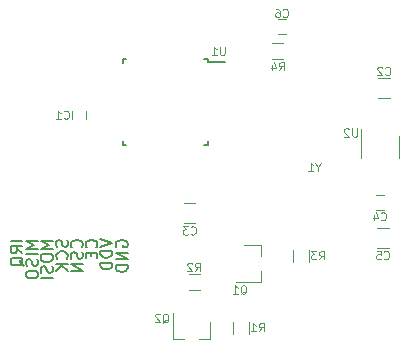
<source format=gbo>
G04 #@! TF.FileFunction,Legend,Bot*
%FSLAX46Y46*%
G04 Gerber Fmt 4.6, Leading zero omitted, Abs format (unit mm)*
G04 Created by KiCad (PCBNEW 4.0.4-stable) date Thursday, September 28, 2017 'PMt' 10:00:37 PM*
%MOMM*%
%LPD*%
G01*
G04 APERTURE LIST*
%ADD10C,0.100000*%
%ADD11C,0.150000*%
%ADD12C,0.120000*%
G04 APERTURE END LIST*
D10*
D11*
X95102381Y-117138095D02*
X94102381Y-117138095D01*
X95102381Y-118185714D02*
X94626190Y-117852380D01*
X95102381Y-117614285D02*
X94102381Y-117614285D01*
X94102381Y-117995238D01*
X94150000Y-118090476D01*
X94197619Y-118138095D01*
X94292857Y-118185714D01*
X94435714Y-118185714D01*
X94530952Y-118138095D01*
X94578571Y-118090476D01*
X94626190Y-117995238D01*
X94626190Y-117614285D01*
X95197619Y-119280952D02*
X95150000Y-119185714D01*
X95054762Y-119090476D01*
X94911905Y-118947619D01*
X94864286Y-118852380D01*
X94864286Y-118757142D01*
X95102381Y-118804761D02*
X95054762Y-118709523D01*
X94959524Y-118614285D01*
X94769048Y-118566666D01*
X94435714Y-118566666D01*
X94245238Y-118614285D01*
X94150000Y-118709523D01*
X94102381Y-118804761D01*
X94102381Y-118995238D01*
X94150000Y-119090476D01*
X94245238Y-119185714D01*
X94435714Y-119233333D01*
X94769048Y-119233333D01*
X94959524Y-119185714D01*
X95054762Y-119090476D01*
X95102381Y-118995238D01*
X95102381Y-118804761D01*
X96402381Y-117138095D02*
X95402381Y-117138095D01*
X96116667Y-117471429D01*
X95402381Y-117804762D01*
X96402381Y-117804762D01*
X96402381Y-118280952D02*
X95402381Y-118280952D01*
X96354762Y-118709523D02*
X96402381Y-118852380D01*
X96402381Y-119090476D01*
X96354762Y-119185714D01*
X96307143Y-119233333D01*
X96211905Y-119280952D01*
X96116667Y-119280952D01*
X96021429Y-119233333D01*
X95973810Y-119185714D01*
X95926190Y-119090476D01*
X95878571Y-118899999D01*
X95830952Y-118804761D01*
X95783333Y-118757142D01*
X95688095Y-118709523D01*
X95592857Y-118709523D01*
X95497619Y-118757142D01*
X95450000Y-118804761D01*
X95402381Y-118899999D01*
X95402381Y-119138095D01*
X95450000Y-119280952D01*
X95402381Y-119899999D02*
X95402381Y-120090476D01*
X95450000Y-120185714D01*
X95545238Y-120280952D01*
X95735714Y-120328571D01*
X96069048Y-120328571D01*
X96259524Y-120280952D01*
X96354762Y-120185714D01*
X96402381Y-120090476D01*
X96402381Y-119899999D01*
X96354762Y-119804761D01*
X96259524Y-119709523D01*
X96069048Y-119661904D01*
X95735714Y-119661904D01*
X95545238Y-119709523D01*
X95450000Y-119804761D01*
X95402381Y-119899999D01*
X97652381Y-117138095D02*
X96652381Y-117138095D01*
X97366667Y-117471429D01*
X96652381Y-117804762D01*
X97652381Y-117804762D01*
X96652381Y-118471428D02*
X96652381Y-118661905D01*
X96700000Y-118757143D01*
X96795238Y-118852381D01*
X96985714Y-118900000D01*
X97319048Y-118900000D01*
X97509524Y-118852381D01*
X97604762Y-118757143D01*
X97652381Y-118661905D01*
X97652381Y-118471428D01*
X97604762Y-118376190D01*
X97509524Y-118280952D01*
X97319048Y-118233333D01*
X96985714Y-118233333D01*
X96795238Y-118280952D01*
X96700000Y-118376190D01*
X96652381Y-118471428D01*
X97604762Y-119280952D02*
X97652381Y-119423809D01*
X97652381Y-119661905D01*
X97604762Y-119757143D01*
X97557143Y-119804762D01*
X97461905Y-119852381D01*
X97366667Y-119852381D01*
X97271429Y-119804762D01*
X97223810Y-119757143D01*
X97176190Y-119661905D01*
X97128571Y-119471428D01*
X97080952Y-119376190D01*
X97033333Y-119328571D01*
X96938095Y-119280952D01*
X96842857Y-119280952D01*
X96747619Y-119328571D01*
X96700000Y-119376190D01*
X96652381Y-119471428D01*
X96652381Y-119709524D01*
X96700000Y-119852381D01*
X97652381Y-120280952D02*
X96652381Y-120280952D01*
X98904762Y-117090476D02*
X98952381Y-117233333D01*
X98952381Y-117471429D01*
X98904762Y-117566667D01*
X98857143Y-117614286D01*
X98761905Y-117661905D01*
X98666667Y-117661905D01*
X98571429Y-117614286D01*
X98523810Y-117566667D01*
X98476190Y-117471429D01*
X98428571Y-117280952D01*
X98380952Y-117185714D01*
X98333333Y-117138095D01*
X98238095Y-117090476D01*
X98142857Y-117090476D01*
X98047619Y-117138095D01*
X98000000Y-117185714D01*
X97952381Y-117280952D01*
X97952381Y-117519048D01*
X98000000Y-117661905D01*
X98857143Y-118661905D02*
X98904762Y-118614286D01*
X98952381Y-118471429D01*
X98952381Y-118376191D01*
X98904762Y-118233333D01*
X98809524Y-118138095D01*
X98714286Y-118090476D01*
X98523810Y-118042857D01*
X98380952Y-118042857D01*
X98190476Y-118090476D01*
X98095238Y-118138095D01*
X98000000Y-118233333D01*
X97952381Y-118376191D01*
X97952381Y-118471429D01*
X98000000Y-118614286D01*
X98047619Y-118661905D01*
X98952381Y-119090476D02*
X97952381Y-119090476D01*
X98952381Y-119661905D02*
X98380952Y-119233333D01*
X97952381Y-119661905D02*
X98523810Y-119090476D01*
X100107143Y-117709524D02*
X100154762Y-117661905D01*
X100202381Y-117519048D01*
X100202381Y-117423810D01*
X100154762Y-117280952D01*
X100059524Y-117185714D01*
X99964286Y-117138095D01*
X99773810Y-117090476D01*
X99630952Y-117090476D01*
X99440476Y-117138095D01*
X99345238Y-117185714D01*
X99250000Y-117280952D01*
X99202381Y-117423810D01*
X99202381Y-117519048D01*
X99250000Y-117661905D01*
X99297619Y-117709524D01*
X100154762Y-118090476D02*
X100202381Y-118233333D01*
X100202381Y-118471429D01*
X100154762Y-118566667D01*
X100107143Y-118614286D01*
X100011905Y-118661905D01*
X99916667Y-118661905D01*
X99821429Y-118614286D01*
X99773810Y-118566667D01*
X99726190Y-118471429D01*
X99678571Y-118280952D01*
X99630952Y-118185714D01*
X99583333Y-118138095D01*
X99488095Y-118090476D01*
X99392857Y-118090476D01*
X99297619Y-118138095D01*
X99250000Y-118185714D01*
X99202381Y-118280952D01*
X99202381Y-118519048D01*
X99250000Y-118661905D01*
X100202381Y-119090476D02*
X99202381Y-119090476D01*
X100202381Y-119661905D01*
X99202381Y-119661905D01*
X101357143Y-117709524D02*
X101404762Y-117661905D01*
X101452381Y-117519048D01*
X101452381Y-117423810D01*
X101404762Y-117280952D01*
X101309524Y-117185714D01*
X101214286Y-117138095D01*
X101023810Y-117090476D01*
X100880952Y-117090476D01*
X100690476Y-117138095D01*
X100595238Y-117185714D01*
X100500000Y-117280952D01*
X100452381Y-117423810D01*
X100452381Y-117519048D01*
X100500000Y-117661905D01*
X100547619Y-117709524D01*
X100928571Y-118138095D02*
X100928571Y-118471429D01*
X101452381Y-118614286D02*
X101452381Y-118138095D01*
X100452381Y-118138095D01*
X100452381Y-118614286D01*
X101702381Y-116995238D02*
X102702381Y-117328571D01*
X101702381Y-117661905D01*
X102702381Y-117995238D02*
X101702381Y-117995238D01*
X101702381Y-118233333D01*
X101750000Y-118376191D01*
X101845238Y-118471429D01*
X101940476Y-118519048D01*
X102130952Y-118566667D01*
X102273810Y-118566667D01*
X102464286Y-118519048D01*
X102559524Y-118471429D01*
X102654762Y-118376191D01*
X102702381Y-118233333D01*
X102702381Y-117995238D01*
X102702381Y-118995238D02*
X101702381Y-118995238D01*
X101702381Y-119233333D01*
X101750000Y-119376191D01*
X101845238Y-119471429D01*
X101940476Y-119519048D01*
X102130952Y-119566667D01*
X102273810Y-119566667D01*
X102464286Y-119519048D01*
X102559524Y-119471429D01*
X102654762Y-119376191D01*
X102702381Y-119233333D01*
X102702381Y-118995238D01*
X103050000Y-117661905D02*
X103002381Y-117566667D01*
X103002381Y-117423810D01*
X103050000Y-117280952D01*
X103145238Y-117185714D01*
X103240476Y-117138095D01*
X103430952Y-117090476D01*
X103573810Y-117090476D01*
X103764286Y-117138095D01*
X103859524Y-117185714D01*
X103954762Y-117280952D01*
X104002381Y-117423810D01*
X104002381Y-117519048D01*
X103954762Y-117661905D01*
X103907143Y-117709524D01*
X103573810Y-117709524D01*
X103573810Y-117519048D01*
X104002381Y-118138095D02*
X103002381Y-118138095D01*
X104002381Y-118709524D01*
X103002381Y-118709524D01*
X104002381Y-119185714D02*
X103002381Y-119185714D01*
X103002381Y-119423809D01*
X103050000Y-119566667D01*
X103145238Y-119661905D01*
X103240476Y-119709524D01*
X103430952Y-119757143D01*
X103573810Y-119757143D01*
X103764286Y-119709524D01*
X103859524Y-119661905D01*
X103954762Y-119566667D01*
X104002381Y-119423809D01*
X104002381Y-119185714D01*
D12*
X115307501Y-117472403D02*
X115307501Y-118402403D01*
X115307501Y-120632403D02*
X115307501Y-119702403D01*
X115307501Y-120632403D02*
X113147501Y-120632403D01*
X115307501Y-117472403D02*
X113847501Y-117472403D01*
X110975502Y-125459405D02*
X110045502Y-125459405D01*
X107815502Y-125459405D02*
X108745502Y-125459405D01*
X107815502Y-125459405D02*
X107815502Y-123299405D01*
X110975502Y-125459405D02*
X110975502Y-123999405D01*
X114280000Y-125000000D02*
X114280000Y-124000000D01*
X112920000Y-124000000D02*
X112920000Y-125000000D01*
X110166501Y-119930403D02*
X109166501Y-119930403D01*
X109166501Y-121290403D02*
X110166501Y-121290403D01*
X119346502Y-118910405D02*
X119346502Y-117910405D01*
X117986502Y-117910405D02*
X117986502Y-118910405D01*
X117200000Y-100420000D02*
X116200000Y-100420000D01*
X116200000Y-101780000D02*
X117200000Y-101780000D01*
X100500000Y-106850000D02*
X100500000Y-106150000D01*
X99300000Y-106150000D02*
X99300000Y-106850000D01*
D11*
X110825000Y-101775000D02*
X110825000Y-102000000D01*
X103575000Y-101775000D02*
X103575000Y-102100000D01*
X103575000Y-109025000D02*
X103575000Y-108700000D01*
X110825000Y-109025000D02*
X110825000Y-108700000D01*
X110825000Y-101775000D02*
X110500000Y-101775000D01*
X110825000Y-109025000D02*
X110500000Y-109025000D01*
X103575000Y-109025000D02*
X103900000Y-109025000D01*
X103575000Y-101775000D02*
X103900000Y-101775000D01*
X110825000Y-102000000D02*
X112250000Y-102000000D01*
D12*
X127010000Y-108300000D02*
X127010000Y-110100000D01*
X123790000Y-110100000D02*
X123790000Y-107650000D01*
X126200000Y-105050000D02*
X125200000Y-105050000D01*
X125200000Y-103350000D02*
X126200000Y-103350000D01*
X109749999Y-115650000D02*
X108749999Y-115650000D01*
X108749999Y-113950000D02*
X109749999Y-113950000D01*
X125000000Y-114500000D02*
X125700000Y-114500000D01*
X125700000Y-113300000D02*
X125000000Y-113300000D01*
X126149999Y-117750000D02*
X125149999Y-117750000D01*
X125149999Y-116050000D02*
X126149999Y-116050000D01*
X117400000Y-98400000D02*
X116700000Y-98400000D01*
X116700000Y-99600000D02*
X117400000Y-99600000D01*
D10*
X113566667Y-121683333D02*
X113633333Y-121650000D01*
X113700000Y-121583333D01*
X113800000Y-121483333D01*
X113866667Y-121450000D01*
X113933333Y-121450000D01*
X113900000Y-121616667D02*
X113966667Y-121583333D01*
X114033333Y-121516667D01*
X114066667Y-121383333D01*
X114066667Y-121150000D01*
X114033333Y-121016667D01*
X113966667Y-120950000D01*
X113900000Y-120916667D01*
X113766667Y-120916667D01*
X113700000Y-120950000D01*
X113633333Y-121016667D01*
X113600000Y-121150000D01*
X113600000Y-121383333D01*
X113633333Y-121516667D01*
X113700000Y-121583333D01*
X113766667Y-121616667D01*
X113900000Y-121616667D01*
X112933334Y-121616667D02*
X113333334Y-121616667D01*
X113133334Y-121616667D02*
X113133334Y-120916667D01*
X113200000Y-121016667D01*
X113266667Y-121083333D01*
X113333334Y-121116667D01*
X106966667Y-124083333D02*
X107033333Y-124050000D01*
X107100000Y-123983333D01*
X107200000Y-123883333D01*
X107266667Y-123850000D01*
X107333333Y-123850000D01*
X107300000Y-124016667D02*
X107366667Y-123983333D01*
X107433333Y-123916667D01*
X107466667Y-123783333D01*
X107466667Y-123550000D01*
X107433333Y-123416667D01*
X107366667Y-123350000D01*
X107300000Y-123316667D01*
X107166667Y-123316667D01*
X107100000Y-123350000D01*
X107033333Y-123416667D01*
X107000000Y-123550000D01*
X107000000Y-123783333D01*
X107033333Y-123916667D01*
X107100000Y-123983333D01*
X107166667Y-124016667D01*
X107300000Y-124016667D01*
X106733334Y-123383333D02*
X106700000Y-123350000D01*
X106633334Y-123316667D01*
X106466667Y-123316667D01*
X106400000Y-123350000D01*
X106366667Y-123383333D01*
X106333334Y-123450000D01*
X106333334Y-123516667D01*
X106366667Y-123616667D01*
X106766667Y-124016667D01*
X106333334Y-124016667D01*
X115116666Y-124816667D02*
X115350000Y-124483333D01*
X115516666Y-124816667D02*
X115516666Y-124116667D01*
X115250000Y-124116667D01*
X115183333Y-124150000D01*
X115150000Y-124183333D01*
X115116666Y-124250000D01*
X115116666Y-124350000D01*
X115150000Y-124416667D01*
X115183333Y-124450000D01*
X115250000Y-124483333D01*
X115516666Y-124483333D01*
X114450000Y-124816667D02*
X114850000Y-124816667D01*
X114650000Y-124816667D02*
X114650000Y-124116667D01*
X114716666Y-124216667D01*
X114783333Y-124283333D01*
X114850000Y-124316667D01*
X109716666Y-119716667D02*
X109950000Y-119383333D01*
X110116666Y-119716667D02*
X110116666Y-119016667D01*
X109850000Y-119016667D01*
X109783333Y-119050000D01*
X109750000Y-119083333D01*
X109716666Y-119150000D01*
X109716666Y-119250000D01*
X109750000Y-119316667D01*
X109783333Y-119350000D01*
X109850000Y-119383333D01*
X110116666Y-119383333D01*
X109450000Y-119083333D02*
X109416666Y-119050000D01*
X109350000Y-119016667D01*
X109183333Y-119016667D01*
X109116666Y-119050000D01*
X109083333Y-119083333D01*
X109050000Y-119150000D01*
X109050000Y-119216667D01*
X109083333Y-119316667D01*
X109483333Y-119716667D01*
X109050000Y-119716667D01*
X120216666Y-118727072D02*
X120450000Y-118393738D01*
X120616666Y-118727072D02*
X120616666Y-118027072D01*
X120350000Y-118027072D01*
X120283333Y-118060405D01*
X120250000Y-118093738D01*
X120216666Y-118160405D01*
X120216666Y-118260405D01*
X120250000Y-118327072D01*
X120283333Y-118360405D01*
X120350000Y-118393738D01*
X120616666Y-118393738D01*
X119983333Y-118027072D02*
X119550000Y-118027072D01*
X119783333Y-118293738D01*
X119683333Y-118293738D01*
X119616666Y-118327072D01*
X119583333Y-118360405D01*
X119550000Y-118427072D01*
X119550000Y-118593738D01*
X119583333Y-118660405D01*
X119616666Y-118693738D01*
X119683333Y-118727072D01*
X119883333Y-118727072D01*
X119950000Y-118693738D01*
X119983333Y-118660405D01*
X116816666Y-102716667D02*
X117050000Y-102383333D01*
X117216666Y-102716667D02*
X117216666Y-102016667D01*
X116950000Y-102016667D01*
X116883333Y-102050000D01*
X116850000Y-102083333D01*
X116816666Y-102150000D01*
X116816666Y-102250000D01*
X116850000Y-102316667D01*
X116883333Y-102350000D01*
X116950000Y-102383333D01*
X117216666Y-102383333D01*
X116216666Y-102250000D02*
X116216666Y-102716667D01*
X116383333Y-101983333D02*
X116550000Y-102483333D01*
X116116666Y-102483333D01*
X98616666Y-106750000D02*
X98650000Y-106783333D01*
X98750000Y-106816667D01*
X98816666Y-106816667D01*
X98916666Y-106783333D01*
X98983333Y-106716667D01*
X99016666Y-106650000D01*
X99050000Y-106516667D01*
X99050000Y-106416667D01*
X99016666Y-106283333D01*
X98983333Y-106216667D01*
X98916666Y-106150000D01*
X98816666Y-106116667D01*
X98750000Y-106116667D01*
X98650000Y-106150000D01*
X98616666Y-106183333D01*
X97950000Y-106816667D02*
X98350000Y-106816667D01*
X98150000Y-106816667D02*
X98150000Y-106116667D01*
X98216666Y-106216667D01*
X98283333Y-106283333D01*
X98350000Y-106316667D01*
X112233333Y-100716667D02*
X112233333Y-101283333D01*
X112200000Y-101350000D01*
X112166667Y-101383333D01*
X112100000Y-101416667D01*
X111966667Y-101416667D01*
X111900000Y-101383333D01*
X111866667Y-101350000D01*
X111833333Y-101283333D01*
X111833333Y-100716667D01*
X111133334Y-101416667D02*
X111533334Y-101416667D01*
X111333334Y-101416667D02*
X111333334Y-100716667D01*
X111400000Y-100816667D01*
X111466667Y-100883333D01*
X111533334Y-100916667D01*
X123433333Y-107616667D02*
X123433333Y-108183333D01*
X123400000Y-108250000D01*
X123366667Y-108283333D01*
X123300000Y-108316667D01*
X123166667Y-108316667D01*
X123100000Y-108283333D01*
X123066667Y-108250000D01*
X123033333Y-108183333D01*
X123033333Y-107616667D01*
X122733334Y-107683333D02*
X122700000Y-107650000D01*
X122633334Y-107616667D01*
X122466667Y-107616667D01*
X122400000Y-107650000D01*
X122366667Y-107683333D01*
X122333334Y-107750000D01*
X122333334Y-107816667D01*
X122366667Y-107916667D01*
X122766667Y-108316667D01*
X122333334Y-108316667D01*
X125816666Y-103050000D02*
X125850000Y-103083333D01*
X125950000Y-103116667D01*
X126016666Y-103116667D01*
X126116666Y-103083333D01*
X126183333Y-103016667D01*
X126216666Y-102950000D01*
X126250000Y-102816667D01*
X126250000Y-102716667D01*
X126216666Y-102583333D01*
X126183333Y-102516667D01*
X126116666Y-102450000D01*
X126016666Y-102416667D01*
X125950000Y-102416667D01*
X125850000Y-102450000D01*
X125816666Y-102483333D01*
X125550000Y-102483333D02*
X125516666Y-102450000D01*
X125450000Y-102416667D01*
X125283333Y-102416667D01*
X125216666Y-102450000D01*
X125183333Y-102483333D01*
X125150000Y-102550000D01*
X125150000Y-102616667D01*
X125183333Y-102716667D01*
X125583333Y-103116667D01*
X125150000Y-103116667D01*
X109366665Y-116550000D02*
X109399999Y-116583333D01*
X109499999Y-116616667D01*
X109566665Y-116616667D01*
X109666665Y-116583333D01*
X109733332Y-116516667D01*
X109766665Y-116450000D01*
X109799999Y-116316667D01*
X109799999Y-116216667D01*
X109766665Y-116083333D01*
X109733332Y-116016667D01*
X109666665Y-115950000D01*
X109566665Y-115916667D01*
X109499999Y-115916667D01*
X109399999Y-115950000D01*
X109366665Y-115983333D01*
X109133332Y-115916667D02*
X108699999Y-115916667D01*
X108933332Y-116183333D01*
X108833332Y-116183333D01*
X108766665Y-116216667D01*
X108733332Y-116250000D01*
X108699999Y-116316667D01*
X108699999Y-116483333D01*
X108733332Y-116550000D01*
X108766665Y-116583333D01*
X108833332Y-116616667D01*
X109033332Y-116616667D01*
X109099999Y-116583333D01*
X109133332Y-116550000D01*
X125466666Y-115350000D02*
X125500000Y-115383333D01*
X125600000Y-115416667D01*
X125666666Y-115416667D01*
X125766666Y-115383333D01*
X125833333Y-115316667D01*
X125866666Y-115250000D01*
X125900000Y-115116667D01*
X125900000Y-115016667D01*
X125866666Y-114883333D01*
X125833333Y-114816667D01*
X125766666Y-114750000D01*
X125666666Y-114716667D01*
X125600000Y-114716667D01*
X125500000Y-114750000D01*
X125466666Y-114783333D01*
X124866666Y-114950000D02*
X124866666Y-115416667D01*
X125033333Y-114683333D02*
X125200000Y-115183333D01*
X124766666Y-115183333D01*
X125716666Y-118650000D02*
X125750000Y-118683333D01*
X125850000Y-118716667D01*
X125916666Y-118716667D01*
X126016666Y-118683333D01*
X126083333Y-118616667D01*
X126116666Y-118550000D01*
X126150000Y-118416667D01*
X126150000Y-118316667D01*
X126116666Y-118183333D01*
X126083333Y-118116667D01*
X126016666Y-118050000D01*
X125916666Y-118016667D01*
X125850000Y-118016667D01*
X125750000Y-118050000D01*
X125716666Y-118083333D01*
X125083333Y-118016667D02*
X125416666Y-118016667D01*
X125450000Y-118350000D01*
X125416666Y-118316667D01*
X125350000Y-118283333D01*
X125183333Y-118283333D01*
X125116666Y-118316667D01*
X125083333Y-118350000D01*
X125050000Y-118416667D01*
X125050000Y-118583333D01*
X125083333Y-118650000D01*
X125116666Y-118683333D01*
X125183333Y-118716667D01*
X125350000Y-118716667D01*
X125416666Y-118683333D01*
X125450000Y-118650000D01*
X117166666Y-98150000D02*
X117200000Y-98183333D01*
X117300000Y-98216667D01*
X117366666Y-98216667D01*
X117466666Y-98183333D01*
X117533333Y-98116667D01*
X117566666Y-98050000D01*
X117600000Y-97916667D01*
X117600000Y-97816667D01*
X117566666Y-97683333D01*
X117533333Y-97616667D01*
X117466666Y-97550000D01*
X117366666Y-97516667D01*
X117300000Y-97516667D01*
X117200000Y-97550000D01*
X117166666Y-97583333D01*
X116566666Y-97516667D02*
X116700000Y-97516667D01*
X116766666Y-97550000D01*
X116800000Y-97583333D01*
X116866666Y-97683333D01*
X116900000Y-97816667D01*
X116900000Y-98083333D01*
X116866666Y-98150000D01*
X116833333Y-98183333D01*
X116766666Y-98216667D01*
X116633333Y-98216667D01*
X116566666Y-98183333D01*
X116533333Y-98150000D01*
X116500000Y-98083333D01*
X116500000Y-97916667D01*
X116533333Y-97850000D01*
X116566666Y-97816667D01*
X116633333Y-97783333D01*
X116766666Y-97783333D01*
X116833333Y-97816667D01*
X116866666Y-97850000D01*
X116900000Y-97916667D01*
X120133333Y-110883333D02*
X120133333Y-111216667D01*
X120366666Y-110516667D02*
X120133333Y-110883333D01*
X119900000Y-110516667D01*
X119300000Y-111216667D02*
X119700000Y-111216667D01*
X119500000Y-111216667D02*
X119500000Y-110516667D01*
X119566666Y-110616667D01*
X119633333Y-110683333D01*
X119700000Y-110716667D01*
M02*

</source>
